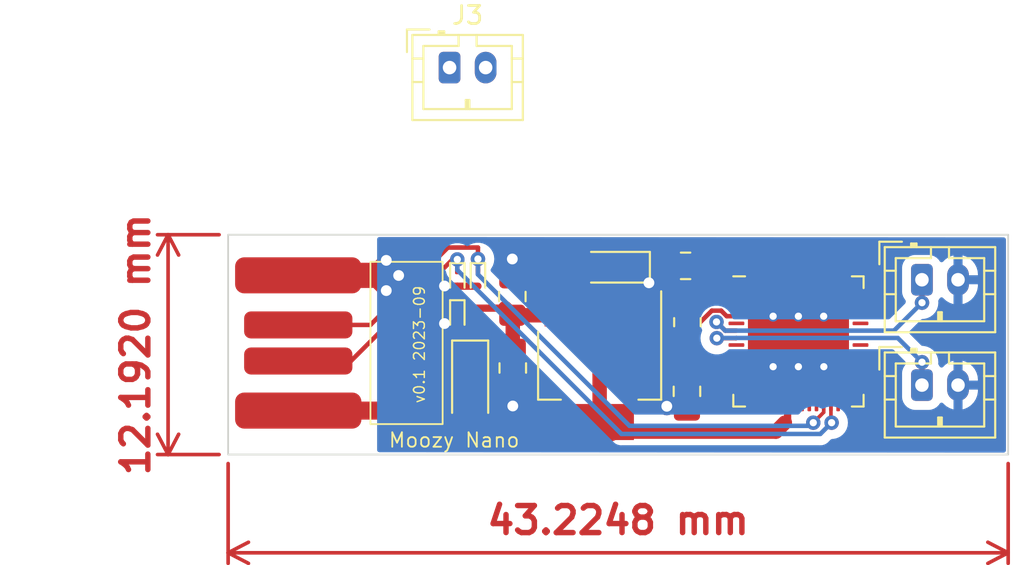
<source format=kicad_pcb>
(kicad_pcb (version 20221018) (generator pcbnew)
  (layers (0 "F.Cu" signal) (31 "B.Cu" signal) (34 "B.Paste" user) (35 "F.Paste" user) (36 "B.SilkS" user "B.Silkscreen") (37 "F.SilkS" user "F.Silkscreen") (38 "B.Mask" user) (39 "F.Mask" user) (44 "Edge.Cuts" user))
  (net 0 "")
  (net 1 "GND")
  (net 2 "Net-(J1-Pin_1)")
  (net 3 "Net-(D2-A1)")
  (net 5 "+3.3V")
  (net 7 "Net-(U2-CHIP_PU{slash}RESET)")
  (net 8 "Net-(J2-Pin_1)")
  (net 24 "Net-(J3-Pin_1)")
  (net 25 "/Vusb")
  (net 45 "VBUS")
  (net 54 "Net-(D3-A1)")
  (footprint "Capacitor_SMD:C_0805_2012Metric_Pad1.18x1.45mm_HandSolder" (layer "F.Cu") (at 132.9944 86.1568 90)
    (fp_text reference "C4" hide)
    (fp_text value "1uF")
    (fp_line (start -0.261252 -0.735) (end 0.261252 -0.735) (stroke (width 0.12)) (layer "F.SilkS"))
    (fp_line (start -0.261252 0.735) (end 0.261252 0.735) (stroke (width 0.12)) (layer "F.SilkS"))
    (pad "1" smd roundrect (at -1.0375 0 90) (size 1.175 1.45) (layers "F.Cu" "F.Paste" "F.Mask") (roundrect_rratio 0.2127659574) (net 1 "GND"))
    (pad "2" smd roundrect (at 1.0375 0 90) (size 1.175 1.45) (layers "F.Cu" "F.Paste" "F.Mask") (roundrect_rratio 0.2127659574) (net 7 "Net-(U2-CHIP_PU{slash}RESET)"))
  )
  (footprint "Capacitor_SMD:C_0805_2012Metric_Pad1.18x1.45mm_HandSolder" (layer "F.Cu") (at 123.3424 84.8614 -90)
    (fp_text reference "C1" hide)
    (fp_text value "10uF" hide)
    (fp_line (start -0.261252 -0.735) (end 0.261252 -0.735) (stroke (width 0.12)) (layer "F.SilkS"))
    (fp_line (start -0.261252 0.735) (end 0.261252 0.735) (stroke (width 0.12)) (layer "F.SilkS"))
    (pad "1" smd roundrect (at -1.0375 0 270) (size 1.175 1.45) (layers "F.Cu" "F.Paste" "F.Mask") (roundrect_rratio 0.2127659574) (net 45 "VBUS"))
    (pad "2" smd roundrect (at 1.0375 0 270) (size 1.175 1.45) (layers "F.Cu" "F.Paste" "F.Mask") (roundrect_rratio 0.2127659574) (net 1 "GND"))
  )
  (footprint "Capacitor_SMD:C_0805_2012Metric_Pad1.18x1.45mm_HandSolder" (layer "F.Cu") (at 132.9182 79.1972)
    (fp_text reference "C3" hide)
    (fp_text value "10uF" hide)
    (fp_line (start -0.261252 -0.735) (end 0.261252 -0.735) (stroke (width 0.12)) (layer "F.SilkS"))
    (fp_line (start -0.261252 0.735) (end 0.261252 0.735) (stroke (width 0.12)) (layer "F.SilkS"))
    (pad "1" smd roundrect (at -1.0375 0) (size 1.175 1.45) (layers "F.Cu" "F.Paste" "F.Mask") (roundrect_rratio 0.2127659574) (net 1 "GND"))
    (pad "2" smd roundrect (at 1.0375 0) (size 1.175 1.45) (layers "F.Cu" "F.Paste" "F.Mask") (roundrect_rratio 0.2127659574) (net 5 "+3.3V"))
  )
  (footprint "Package_DFN_QFN:QFN-56-1EP_7x7mm_P0.4mm_EP5.6x5.6mm" (layer "F.Cu") (at 139.1726 83.3882)
    (fp_text reference "U2" hide)
    (fp_text value "ESP32-S3_PICO1" hide)
    (fp_line (start -3.61 3.61) (end -3.61 2.96) (stroke (width 0.12)) (layer "F.SilkS"))
    (fp_line (start -2.96 -3.61) (end -3.61 -3.61) (stroke (width 0.12)) (layer "F.SilkS"))
    (fp_line (start -2.96 3.61) (end -3.61 3.61) (stroke (width 0.12)) (layer "F.SilkS"))
    (fp_line (start 2.96 -3.61) (end 3.61 -3.61) (stroke (width 0.12)) (layer "F.SilkS"))
    (fp_line (start 2.96 3.61) (end 3.61 3.61) (stroke (width 0.12)) (layer "F.SilkS"))
    (fp_line (start 3.61 -3.61) (end 3.61 -2.96) (stroke (width 0.12)) (layer "F.SilkS"))
    (fp_line (start 3.61 3.61) (end 3.61 2.96) (stroke (width 0.12)) (layer "F.SilkS"))
    (pad "1" smd roundrect (at -3.4375 -2.6) (size 0.875 0.2) (layers "F.Cu" "F.Paste" "F.Mask"))
    (pad "2" smd roundrect (at -3.4375 -2.2) (size 0.875 0.2) (layers "F.Cu" "F.Paste" "F.Mask") (net 5 "+3.3V"))
    (pad "3" smd roundrect (at -3.4375 -1.8) (size 0.875 0.2) (layers "F.Cu" "F.Paste" "F.Mask") (net 5 "+3.3V"))
    (pad "4" smd roundrect (at -3.4375 -1.4) (size 0.875 0.2) (layers "F.Cu" "F.Paste" "F.Mask") (net 7 "Net-(U2-CHIP_PU{slash}RESET)"))
    (pad "5" smd roundrect (at -3.4375 -1) (size 0.875 0.2) (layers "F.Cu" "F.Paste" "F.Mask"))
    (pad "6" smd roundrect (at -3.4375 -0.6) (size 0.875 0.2) (layers "F.Cu" "F.Paste" "F.Mask") (net 2 "Net-(J1-Pin_1)"))
    (pad "7" smd roundrect (at -3.4375 -0.2) (size 0.875 0.2) (layers "F.Cu" "F.Paste" "F.Mask") (net 8 "Net-(J2-Pin_1)"))
    (pad "8" smd roundrect (at -3.4375 0.2) (size 0.875 0.2) (layers "F.Cu" "F.Paste" "F.Mask") (net 24 "Net-(J3-Pin_1)"))
    (pad "9" smd roundrect (at -3.4375 0.6) (size 0.875 0.2) (layers "F.Cu" "F.Paste" "F.Mask"))
    (pad "10" smd roundrect (at -3.4375 1) (size 0.875 0.2) (layers "F.Cu" "F.Paste" "F.Mask"))
    (pad "11" smd roundrect (at -3.4375 1.4) (size 0.875 0.2) (layers "F.Cu" "F.Paste" "F.Mask"))
    (pad "12" smd roundrect (at -3.4375 1.8) (size 0.875 0.2) (layers "F.Cu" "F.Paste" "F.Mask"))
    (pad "13" smd roundrect (at -3.4375 2.2) (size 0.875 0.2) (layers "F.Cu" "F.Paste" "F.Mask"))
    (pad "14" smd roundrect (at -3.4375 2.6) (size 0.875 0.2) (layers "F.Cu" "F.Paste" "F.Mask"))
    (pad "15" smd roundrect (at -2.6 3.4375) (size 0.2 0.875) (layers "F.Cu" "F.Paste" "F.Mask"))
    (pad "16" smd roundrect (at -2.2 3.4375) (size 0.2 0.875) (layers "F.Cu" "F.Paste" "F.Mask"))
    (pad "17" smd roundrect (at -1.8 3.4375) (size 0.2 0.875) (layers "F.Cu" "F.Paste" "F.Mask"))
    (pad "18" smd roundrect (at -1.4 3.4375) (size 0.2 0.875) (layers "F.Cu" "F.Paste" "F.Mask"))
    (pad "19" smd roundrect (at -1 3.4375) (size 0.2 0.875) (layers "F.Cu" "F.Paste" "F.Mask"))
    (pad "20" smd roundrect (at -0.6 3.4375) (size 0.2 0.875) (layers "F.Cu" "F.Paste" "F.Mask") (net 5 "+3.3V"))
    (pad "21" smd roundrect (at -0.2 3.4375) (size 0.2 0.875) (layers "F.Cu" "F.Paste" "F.Mask"))
    (pad "22" smd roundrect (at 0.2 3.4375) (size 0.2 0.875) (layers "F.Cu" "F.Paste" "F.Mask"))
    (pad "23" smd roundrect (at 0.6 3.4375) (size 0.2 0.875) (layers "F.Cu" "F.Paste" "F.Mask"))
    (pad "24" smd roundrect (at 1 3.4375) (size 0.2 0.875) (layers "F.Cu" "F.Paste" "F.Mask"))
    (pad "25" smd roundrect (at 1.4 3.4375) (size 0.2 0.875) (layers "F.Cu" "F.Paste" "F.Mask") (net 3 "Net-(D2-A1)"))
    (pad "26" smd roundrect (at 1.8 3.4375) (size 0.2 0.875) (layers "F.Cu" "F.Paste" "F.Mask") (net 54 "Net-(D3-A1)"))
    (pad "27" smd roundrect (at 2.2 3.4375) (size 0.2 0.875) (layers "F.Cu" "F.Paste" "F.Mask"))
    (pad "28" smd roundrect (at 2.6 3.4375) (size 0.2 0.875) (layers "F.Cu" "F.Paste" "F.Mask"))
    (pad "29" smd roundrect (at 3.4375 2.6) (size 0.875 0.2) (layers "F.Cu" "F.Paste" "F.Mask"))
    (pad "30" smd roundrect (at 3.4375 2.2) (size 0.875 0.2) (layers "F.Cu" "F.Paste" "F.Mask"))
    (pad "31" smd roundrect (at 3.4375 1.8) (size 0.875 0.2) (layers "F.Cu" "F.Paste" "F.Mask"))
    (pad "32" smd roundrect (at 3.4375 1.4) (size 0.875 0.2) (layers "F.Cu" "F.Paste" "F.Mask"))
    (pad "33" smd roundrect (at 3.4375 1) (size 0.875 0.2) (layers "F.Cu" "F.Paste" "F.Mask"))
    (pad "34" smd roundrect (at 3.4375 0.6) (size 0.875 0.2) (layers "F.Cu" "F.Paste" "F.Mask"))
    (pad "35" smd roundrect (at 3.4375 0.2) (size 0.875 0.2) (layers "F.Cu" "F.Paste" "F.Mask"))
    (pad "36" smd roundrect (at 3.4375 -0.2) (size 0.875 0.2) (layers "F.Cu" "F.Paste" "F.Mask"))
    (pad "37" smd roundrect (at 3.4375 -0.6) (size 0.875 0.2) (layers "F.Cu" "F.Paste" "F.Mask"))
    (pad "38" smd roundrect (at 3.4375 -1) (size 0.875 0.2) (layers "F.Cu" "F.Paste" "F.Mask"))
    (pad "39" smd roundrect (at 3.4375 -1.4) (size 0.875 0.2) (layers "F.Cu" "F.Paste" "F.Mask"))
    (pad "40" smd roundrect (at 3.4375 -1.8) (size 0.875 0.2) (layers "F.Cu" "F.Paste" "F.Mask"))
    (pad "41" smd roundrect (at 3.4375 -2.2) (size 0.875 0.2) (layers "F.Cu" "F.Paste" "F.Mask"))
    (pad "42" smd roundrect (at 3.4375 -2.6) (size 0.875 0.2) (layers "F.Cu" "F.Paste" "F.Mask"))
    (pad "43" smd roundrect (at 2.6 -3.4375) (size 0.2 0.875) (layers "F.Cu" "F.Paste" "F.Mask"))
    (pad "44" smd roundrect (at 2.2 -3.4375) (size 0.2 0.875) (layers "F.Cu" "F.Paste" "F.Mask"))
    (pad "45" smd roundrect (at 1.8 -3.4375) (size 0.2 0.875) (layers "F.Cu" "F.Paste" "F.Mask"))
    (pad "46" smd roundrect (at 1.4 -3.4375) (size 0.2 0.875) (layers "F.Cu" "F.Paste" "F.Mask") (net 5 "+3.3V"))
    (pad "47" smd roundrect (at 1 -3.4375) (size 0.2 0.875) (layers "F.Cu" "F.Paste" "F.Mask"))
    (pad "48" smd roundrect (at 0.6 -3.4375) (size 0.2 0.875) (layers "F.Cu" "F.Paste" "F.Mask"))
    (pad "49" smd roundrect (at 0.2 -3.4375) (size 0.2 0.875) (layers "F.Cu" "F.Paste" "F.Mask"))
    (pad "50" smd roundrect (at -0.2 -3.4375) (size 0.2 0.875) (layers "F.Cu" "F.Paste" "F.Mask"))
    (pad "51" smd roundrect (at -0.6 -3.4375) (size 0.2 0.875) (layers "F.Cu" "F.Paste" "F.Mask"))
    (pad "52" smd roundrect (at -1 -3.4375) (size 0.2 0.875) (layers "F.Cu" "F.Paste" "F.Mask"))
    (pad "53" smd roundrect (at -1.4 -3.4375) (size 0.2 0.875) (layers "F.Cu" "F.Paste" "F.Mask"))
    (pad "54" smd roundrect (at -1.8 -3.4375) (size 0.2 0.875) (layers "F.Cu" "F.Paste" "F.Mask"))
    (pad "55" smd roundrect (at -2.2 -3.4375) (size 0.2 0.875) (layers "F.Cu" "F.Paste" "F.Mask") (net 5 "+3.3V"))
    (pad "56" smd roundrect (at -2.6 -3.4375) (size 0.2 0.875) (layers "F.Cu" "F.Paste" "F.Mask") (net 5 "+3.3V"))
    (pad "57" smd rect (at 0 0) (size 5.6 5.6) (layers "F.Cu" "F.Mask") (net 1 "GND"))
  )
  (footprint "Resistor_SMD:R_0805_2012Metric_Pad1.20x1.40mm_HandSolder" (layer "F.Cu") (at 133.0198 82.3214 -90)
    (fp_text reference "R1" hide)
    (fp_text value "10k")
    (fp_line (start -0.227064 -0.735) (end 0.227064 -0.735) (stroke (width 0.12)) (layer "F.SilkS"))
    (fp_line (start -0.227064 0.735) (end 0.227064 0.735) (stroke (width 0.12)) (layer "F.SilkS"))
    (pad "1" smd roundrect (at -1 0 270) (size 1.2 1.4) (layers "F.Cu" "F.Paste" "F.Mask") (roundrect_rratio 0.2083333333) (net 5 "+3.3V"))
    (pad "2" smd roundrect (at 1 0 270) (size 1.2 1.4) (layers "F.Cu" "F.Paste" "F.Mask") (roundrect_rratio 0.2083333333) (net 7 "Net-(U2-CHIP_PU{slash}RESET)"))
  )
  (footprint "Connector_JST:JST_PH_B2B-PH-K_1x02_P2.00mm_Vertical" (layer "F.Cu") (at 146.0152 85.81)
    (fp_text reference "J2" hide)
    (fp_text value "Conn_01x02")
    (fp_line (start -2.36 -2.11) (end -2.36 -0.86) (stroke (width 0.12)) (layer "F.SilkS"))
    (fp_line (start -2.06 -1.81) (end -2.06 2.91) (stroke (width 0.12)) (layer "F.SilkS"))
    (fp_line (start -2.06 -0.5) (end -1.45 -0.5) (stroke (width 0.12)) (layer "F.SilkS"))
    (fp_line (start -2.06 0.8) (end -1.45 0.8) (stroke (width 0.12)) (layer "F.SilkS"))
    (fp_line (start -2.06 2.91) (end 4.06 2.91) (stroke (width 0.12)) (layer "F.SilkS"))
    (fp_line (start -1.45 -1.2) (end -1.45 2.3) (stroke (width 0.12)) (layer "F.SilkS"))
    (fp_line (start -1.45 2.3) (end 3.45 2.3) (stroke (width 0.12)) (layer "F.SilkS"))
    (fp_line (start -1.11 -2.11) (end -2.36 -2.11) (stroke (width 0.12)) (layer "F.SilkS"))
    (fp_line (start -0.6 -2.01) (end -0.6 -1.81) (stroke (width 0.12)) (layer "F.SilkS"))
    (fp_line (start -0.3 -2.01) (end -0.6 -2.01) (stroke (width 0.12)) (layer "F.SilkS"))
    (fp_line (start -0.3 -1.91) (end -0.6 -1.91) (stroke (width 0.12)) (layer "F.SilkS"))
    (fp_line (start -0.3 -1.81) (end -0.3 -2.01) (stroke (width 0.12)) (layer "F.SilkS"))
    (fp_line (start 0.5 -1.81) (end 0.5 -1.2) (stroke (width 0.12)) (layer "F.SilkS"))
    (fp_line (start 0.5 -1.2) (end -1.45 -1.2) (stroke (width 0.12)) (layer "F.SilkS"))
    (fp_line (start 0.9 1.8) (end 1.1 1.8) (stroke (width 0.12)) (layer "F.SilkS"))
    (fp_line (start 0.9 2.3) (end 0.9 1.8) (stroke (width 0.12)) (layer "F.SilkS"))
    (fp_line (start 1 2.3) (end 1 1.8) (stroke (width 0.12)) (layer "F.SilkS"))
    (fp_line (start 1.1 1.8) (end 1.1 2.3) (stroke (width 0.12)) (layer "F.SilkS"))
    (fp_line (start 1.5 -1.2) (end 1.5 -1.81) (stroke (width 0.12)) (layer "F.SilkS"))
    (fp_line (start 3.45 -1.2) (end 1.5 -1.2) (stroke (width 0.12)) (layer "F.SilkS"))
    (fp_line (start 3.45 2.3) (end 3.45 -1.2) (stroke (width 0.12)) (layer "F.SilkS"))
    (fp_line (start 4.06 -1.81) (end -2.06 -1.81) (stroke (width 0.12)) (layer "F.SilkS"))
    (fp_line (start 4.06 -0.5) (end 3.45 -0.5) (stroke (width 0.12)) (layer "F.SilkS"))
    (fp_line (start 4.06 0.8) (end 3.45 0.8) (stroke (width 0.12)) (layer "F.SilkS"))
    (fp_line (start 4.06 2.91) (end 4.06 -1.81) (stroke (width 0.12)) (layer "F.SilkS"))
    (pad "1" thru_hole roundrect (at 0 0) (size 1.2 1.75) (drill 0.75) (layers "*.Cu" "*.Mask") (roundrect_rratio 0.2083333333) (net 8 "Net-(J2-Pin_1)"))
    (pad "2" thru_hole oval (at 2 0) (size 1.2 1.75) (drill 0.75) (layers "*.Cu" "*.Mask") (net 1 "GND"))
  )
  (footprint "Capacitor_SMD:C_0805_2012Metric_Pad1.18x1.45mm_HandSolder" (layer "F.Cu") (at 123.317 80.899 90)
    (fp_text reference "C2" hide)
    (fp_text value "0.1uF" hide)
    (fp_line (start -0.261252 -0.735) (end 0.261252 -0.735) (stroke (width 0.12)) (layer "F.SilkS"))
    (fp_line (start -0.261252 0.735) (end 0.261252 0.735) (stroke (width 0.12)) (layer "F.SilkS"))
    (pad "1" smd roundrect (at -1.0375 0 90) (size 1.175 1.45) (layers "F.Cu" "F.Paste" "F.Mask") (roundrect_rratio 0.2127659574) (net 45 "VBUS"))
    (pad "2" smd roundrect (at 1.0375 0 90) (size 1.175 1.45) (layers "F.Cu" "F.Paste" "F.Mask") (roundrect_rratio 0.2127659574) (net 1 "GND"))
  )
  (footprint "Diode_SMD:D_SOD-123" (layer "F.Cu") (at 120.9802 85.6996 -90)
    (fp_text reference "D5" hide)
    (fp_text value "1N5819HW-7-F" hide)
    (fp_line (start -2.36 -1) (end -2.36 1) (stroke (width 0.12)) (layer "F.SilkS"))
    (fp_line (start -2.36 -1) (end 1.65 -1) (stroke (width 0.12)) (layer "F.SilkS"))
    (fp_line (start -2.36 1) (end 1.65 1) (stroke (width 0.12)) (layer "F.SilkS"))
    (pad "1" smd roundrect (at -1.65 0 270) (size 0.9 1.2) (layers "F.Cu" "F.Paste" "F.Mask") (net 45 "VBUS"))
    (pad "2" smd roundrect (at 1.65 0 270) (size 0.9 1.2) (layers "F.Cu" "F.Paste" "F.Mask") (net 25 "/Vusb"))
  )
  (footprint "Diode_SMD:D_SOD-923" (layer "F.Cu") (at 121.412 79.9047 -90)
    (fp_text reference "D2" hide)
    (fp_text value "LESD5D5.0CT1G" hide)
    (fp_line (start -0.86 -0.4) (end -0.86 0.4) (stroke (width 0.12)) (layer "F.SilkS"))
    (fp_line (start 0.5 -0.4) (end -0.86 -0.4) (stroke (width 0.12)) (layer "F.SilkS"))
    (fp_line (start 0.5 0.4) (end -0.86 0.4) (stroke (width 0.12)) (layer "F.SilkS"))
    (pad "1" smd roundrect (at -0.42 0 90) (size 0.36 0.25) (layers "F.Cu" "F.Paste" "F.Mask") (net 3 "Net-(D2-A1)"))
    (pad "2" smd roundrect (at 0.42 0 90) (size 0.36 0.25) (layers "F.Cu" "F.Paste" "F.Mask") (net 1 "GND"))
  )
  (footprint "1_Laurent_Librairie:PCB_USB_Connector" (layer "F.Cu") (at 111.4552 83.4736)
    (fp_text reference "U3" hide)
    (fp_text value "~")
    (fp_rect (start 4 -4.5) (end 8 4.5) (stroke (width 0.1)) (fill none) (layer "F.SilkS"))
    (pad "1" smd roundrect (at 0 -3.75) (size 7 2) (layers "F.Cu" "F.Paste" "F.Mask") (net 1 "GND"))
    (pad "2" smd roundrect (at 0 -1) (size 6 1.5) (layers "F.Cu" "F.Paste" "F.Mask") (net 3 "Net-(D2-A1)"))
    (pad "3" smd roundrect (at 0 1) (size 6 1.5) (layers "F.Cu" "F.Paste" "F.Mask") (net 54 "Net-(D3-A1)"))
    (pad "4" smd roundrect (at 0 3.75) (size 7 2) (layers "F.Cu" "F.Paste" "F.Mask") (net 25 "/Vusb"))
  )
  (footprint "Diode_SMD:D_SOD-323_HandSoldering" (layer "F.Cu") (at 128.9304 79.2734 180)
    (fp_text reference "D1" hide)
    (fp_text value "TVS Diode, Bi-Direction, 3.3V" hide)
    (fp_line (start -2.01 -0.85) (end -2.01 0.85) (stroke (width 0.12)) (layer "F.SilkS"))
    (fp_line (start -2.01 -0.85) (end 1.25 -0.85) (stroke (width 0.12)) (layer "F.SilkS"))
    (fp_line (start -2.01 0.85) (end 1.25 0.85) (stroke (width 0.12)) (layer "F.SilkS"))
    (pad "1" smd roundrect (at -1.25 0 180) (size 1 1) (layers "F.Cu" "F.Paste" "F.Mask") (net 1 "GND"))
    (pad "2" smd roundrect (at 1.25 0 180) (size 1 1) (layers "F.Cu" "F.Paste" "F.Mask") (net 5 "+3.3V"))
  )
  (footprint "Package_TO_SOT_SMD:SOT-223-3_TabPin2" (layer "F.Cu") (at 128.1555 84.7086 -90)
    (fp_text reference "U1" hide)
    (fp_text value "LD1117S33TR_SOT223" hide)
    (fp_line (start -4.1 -3.41) (end 1.91 -3.41) (stroke (width 0.12)) (layer "F.SilkS"))
    (fp_line (start -1.85 3.41) (end 1.91 3.41) (stroke (width 0.12)) (layer "F.SilkS"))
    (fp_line (start 1.91 -3.41) (end 1.91 -2.15) (stroke (width 0.12)) (layer "F.SilkS"))
    (fp_line (start 1.91 3.41) (end 1.91 2.15) (stroke (width 0.12)) (layer "F.SilkS"))
    (pad "1" smd rect (at -3.15 -2.3 270) (size 2 1.5) (layers "F.Cu" "F.Paste" "F.Mask") (net 1 "GND"))
    (pad "2" smd rect (at -3.15 0 270) (size 2 1.5) (layers "F.Cu" "F.Paste" "F.Mask") (net 5 "+3.3V"))
    (pad "2" smd rect (at 3.15 0 270) (size 2 3.8) (layers "F.Cu" "F.Paste" "F.Mask") (net 5 "+3.3V"))
    (pad "3" smd rect (at -3.15 2.3 270) (size 2 1.5) (layers "F.Cu" "F.Paste" "F.Mask") (net 45 "VBUS"))
  )
  (footprint "Connector_JST:JST_PH_B2B-PH-K_1x02_P2.00mm_Vertical" (layer "F.Cu") (at 146.0152 79.968)
    (fp_text reference "J1" hide)
    (fp_text value "Conn_01x02")
    (fp_line (start -2.36 -2.11) (end -2.36 -0.86) (stroke (width 0.12)) (layer "F.SilkS"))
    (fp_line (start -2.06 -1.81) (end -2.06 2.91) (stroke (width 0.12)) (layer "F.SilkS"))
    (fp_line (start -2.06 -0.5) (end -1.45 -0.5) (stroke (width 0.12)) (layer "F.SilkS"))
    (fp_line (start -2.06 0.8) (end -1.45 0.8) (stroke (width 0.12)) (layer "F.SilkS"))
    (fp_line (start -2.06 2.91) (end 4.06 2.91) (stroke (width 0.12)) (layer "F.SilkS"))
    (fp_line (start -1.45 -1.2) (end -1.45 2.3) (stroke (width 0.12)) (layer "F.SilkS"))
    (fp_line (start -1.45 2.3) (end 3.45 2.3) (stroke (width 0.12)) (layer "F.SilkS"))
    (fp_line (start -1.11 -2.11) (end -2.36 -2.11) (stroke (width 0.12)) (layer "F.SilkS"))
    (fp_line (start -0.6 -2.01) (end -0.6 -1.81) (stroke (width 0.12)) (layer "F.SilkS"))
    (fp_line (start -0.3 -2.01) (end -0.6 -2.01) (stroke (width 0.12)) (layer "F.SilkS"))
    (fp_line (start -0.3 -1.91) (end -0.6 -1.91) (stroke (width 0.12)) (layer "F.SilkS"))
    (fp_line (start -0.3 -1.81) (end -0.3 -2.01) (stroke (width 0.12)) (layer "F.SilkS"))
    (fp_line (start 0.5 -1.81) (end 0.5 -1.2) (stroke (width 0.12)) (layer "F.SilkS"))
    (fp_line (start 0.5 -1.2) (end -1.45 -1.2) (stroke (width 0.12)) (layer "F.SilkS"))
    (fp_line (start 0.9 1.8) (end 1.1 1.8) (stroke (width 0.12)) (layer "F.SilkS"))
    (fp_line (start 0.9 2.3) (end 0.9 1.8) (stroke (width 0.12)) (layer "F.SilkS"))
    (fp_line (start 1 2.3) (end 1 1.8) (stroke (width 0.12)) (layer "F.SilkS"))
    (fp_line (start 1.1 1.8) (end 1.1 2.3) (stroke (width 0.12)) (layer "F.SilkS"))
    (fp_line (start 1.5 -1.2) (end 1.5 -1.81) (stroke (width 0.12)) (layer "F.SilkS"))
    (fp_line (start 3.45 -1.2) (end 1.5 -1.2) (stroke (width 0.12)) (layer "F.SilkS"))
    (fp_line (start 3.45 2.3) (end 3.45 -1.2) (stroke (width 0.12)) (layer "F.SilkS"))
    (fp_line (start 4.06 -1.81) (end -2.06 -1.81) (stroke (width 0.12)) (layer "F.SilkS"))
    (fp_line (start 4.06 -0.5) (end 3.45 -0.5) (stroke (width 0.12)) (layer "F.SilkS"))
    (fp_line (start 4.06 0.8) (end 3.45 0.8) (stroke (width 0.12)) (layer "F.SilkS"))
    (fp_line (start 4.06 2.91) (end 4.06 -1.81) (stroke (width 0.12)) (layer "F.SilkS"))
    (pad "1" thru_hole roundrect (at 0 0) (size 1.2 1.75) (drill 0.75) (layers "*.Cu" "*.Mask") (roundrect_rratio 0.2083333333) (net 2 "Net-(J1-Pin_1)"))
    (pad "2" thru_hole oval (at 2 0) (size 1.2 1.75) (drill 0.75) (layers "*.Cu" "*.Mask") (net 1 "GND"))
  )
  (footprint "Diode_SMD:D_SOD-923" (layer "F.Cu") (at 120.269 79.9047 -90)
    (fp_text reference "D3" hide)
    (fp_text value "LESD5D5.0CT1G" hide)
    (fp_line (start -0.86 -0.4) (end -0.86 0.4) (stroke (width 0.12)) (layer "F.SilkS"))
    (fp_line (start 0.5 -0.4) (end -0.86 -0.4) (stroke (width 0.12)) (layer "F.SilkS"))
    (fp_line (start 0.5 0.4) (end -0.86 0.4) (stroke (width 0.12)) (layer "F.SilkS"))
    (pad "1" smd roundrect (at -0.42 0 90) (size 0.36 0.25) (layers "F.Cu" "F.Paste" "F.Mask") (net 54 "Net-(D3-A1)"))
    (pad "2" smd roundrect (at 0.42 0 90) (size 0.36 0.25) (layers "F.Cu" "F.Paste" "F.Mask") (net 1 "GND"))
  )
  (footprint "Connector_JST:JST_PH_B2B-PH-K_1x02_P2.00mm_Vertical" (layer "F.Cu") (at 119.839 68.2)
    (fp_text reference "J3" (at 1 -2.9) (layer "F.SilkS"))
    (fp_text value "Conn_01x02")
    (fp_line (start -2.36 -2.11) (end -2.36 -0.86) (stroke (width 0.12)) (layer "F.SilkS"))
    (fp_line (start -2.06 -1.81) (end -2.06 2.91) (stroke (width 0.12)) (layer "F.SilkS"))
    (fp_line (start -2.06 -0.5) (end -1.45 -0.5) (stroke (width 0.12)) (layer "F.SilkS"))
    (fp_line (start -2.06 0.8) (end -1.45 0.8) (stroke (width 0.12)) (layer "F.SilkS"))
    (fp_line (start -2.06 2.91) (end 4.06 2.91) (stroke (width 0.12)) (layer "F.SilkS"))
    (fp_line (start -1.45 -1.2) (end -1.45 2.3) (stroke (width 0.12)) (layer "F.SilkS"))
    (fp_line (start -1.45 2.3) (end 3.45 2.3) (stroke (width 0.12)) (layer "F.SilkS"))
    (fp_line (start -1.11 -2.11) (end -2.36 -2.11) (stroke (width 0.12)) (layer "F.SilkS"))
    (fp_line (start -0.6 -2.01) (end -0.6 -1.81) (stroke (width 0.12)) (layer "F.SilkS"))
    (fp_line (start -0.3 -2.01) (end -0.6 -2.01) (stroke (width 0.12)) (layer "F.SilkS"))
    (fp_line (start -0.3 -1.91) (end -0.6 -1.91) (stroke (width 0.12)) (layer "F.SilkS"))
    (fp_line (start -0.3 -1.81) (end -0.3 -2.01) (stroke (width 0.12)) (layer "F.SilkS"))
    (fp_line (start 0.5 -1.81) (end 0.5 -1.2) (stroke (width 0.12)) (layer "F.SilkS"))
    (fp_line (start 0.5 -1.2) (end -1.45 -1.2) (stroke (width 0.12)) (layer "F.SilkS"))
    (fp_line (start 0.9 1.8) (end 1.1 1.8) (stroke (width 0.12)) (layer "F.SilkS"))
    (fp_line (start 0.9 2.3) (end 0.9 1.8) (stroke (width 0.12)) (layer "F.SilkS"))
    (fp_line (start 1 2.3) (end 1 1.8) (stroke (width 0.12)) (layer "F.SilkS"))
    (fp_line (start 1.1 1.8) (end 1.1 2.3) (stroke (width 0.12)) (layer "F.SilkS"))
    (fp_line (start 1.5 -1.2) (end 1.5 -1.81) (stroke (width 0.12)) (layer "F.SilkS"))
    (fp_line (start 3.45 -1.2) (end 1.5 -1.2) (stroke (width 0.12)) (layer "F.SilkS"))
    (fp_line (start 3.45 2.3) (end 3.45 -1.2) (stroke (width 0.12)) (layer "F.SilkS"))
    (fp_line (start 4.06 -1.81) (end -2.06 -1.81) (stroke (width 0.12)) (layer "F.SilkS"))
    (fp_line (start 4.06 -0.5) (end 3.45 -0.5) (stroke (width 0.12)) (layer "F.SilkS"))
    (fp_line (start 4.06 0.8) (end 3.45 0.8) (stroke (width 0.12)) (layer "F.SilkS"))
    (fp_line (start 4.06 2.91) (end 4.06 -1.81) (stroke (width 0.12)) (layer "F.SilkS"))
    (pad "1" thru_hole roundrect (at 0 0) (size 1.2 1.75) (drill 0.75) (layers "*.Cu" "*.Mask") (roundrect_rratio 0.208333) (net 24 "Net-(J3-Pin_1)"))
    (pad "2" thru_hole oval (at 2 0) (size 1.2 1.75) (drill 0.75) (layers "*.Cu" "*.Mask") (net 1 "GND"))
  )
  (footprint "Diode_SMD:D_SOD-923" (layer "F.Cu") (at 120.269 81.9621 -90)
    (fp_text reference "D4" hide)
    (fp_text value "LESD5D5.0CT1G" hide)
    (fp_line (start -0.86 -0.4) (end -0.86 0.4) (stroke (width 0.12)) (layer "F.SilkS"))
    (fp_line (start 0.5 -0.4) (end -0.86 -0.4) (stroke (width 0.12)) (layer "F.SilkS"))
    (fp_line (start 0.5 0.4) (end -0.86 0.4) (stroke (width 0.12)) (layer "F.SilkS"))
    (pad "1" smd roundrect (at -0.42 0 90) (size 0.36 0.25) (layers "F.Cu" "F.Paste" "F.Mask") (net 45 "VBUS"))
    (pad "2" smd roundrect (at 0.42 0 90) (size 0.36 0.25) (layers "F.Cu" "F.Paste" "F.Mask") (net 1 "GND"))
  )
  (gr_rect (start 107.569 77.47) (end 150.7938 89.662) (stroke (width 0.1)) (fill none) (layer "Edge.Cuts"))
  (gr_text "v0.1 2023-09" (at 118.5164 86.868 90) (layer "F.SilkS") (effects (font (size 0.6 0.6) (thickness 0.08)) (justify left bottom)))
  (gr_text "Moozy Nano" (at 116.4082 89.3318) (layer "F.SilkS") (effects (font (size 0.8 0.8) (thickness 0.1)) (justify left bottom)))
  (dimension (type aligned) (layer "F.Cu") (pts (xy 107.569 89.662) (xy 107.569 77.47)) (height -3.3274) (gr_text "12,1920 mm" (at 102.4416 83.566 90) (layer "F.Cu") (effects (font (size 1.5 1.5) (thickness 0.3)))) (format (prefix "") (suffix "") (units 3) (units_format 1) (precision 4)) (style (thickness 0.2) (arrow_length 1.27) (text_position_mode 0) (extension_height 0.58642) (extension_offset 0.5) keep_text_aligned))
  (dimension (type aligned) (layer "F.Cu") (pts (xy 107.569 89.662) (xy 150.7938 89.662)) (height 5.4494) (gr_text "43,2248 mm" (at 129.1814 93.3114) (layer "F.Cu") (effects (font (size 1.5 1.5) (thickness 0.3)))) (format (prefix "") (suffix "") (units 3) (units_format 1) (precision 4)) (style (thickness 0.2) (arrow_length 1.27) (text_position_mode 0) (extension_height 0.58642) (extension_offset 0.5) keep_text_aligned))
  (segment (start 111.4552 79.7236) (end 115.4868 79.7236) (width 1.4) (layer "F.Cu") (net 1))
  (segment (start 117.0108 79.7236) (end 117.0178 79.7306) (width 0.4) (layer "F.Cu") (net 1))
  (segment (start 130.1804 79.4312) (end 130.1804 80.2926) (width 0.8) (layer "F.Cu") (net 1))
  (segment (start 130.4555 80.5677) (end 130.4555 81.5586) (width 0.4) (layer "F.Cu") (net 1))
  (segment (start 130.8862 79.4512) (end 131.1402 79.1972) (width 0.8) (layer "F.Cu") (net 1))
  (segment (start 123.3424 85.8989) (end 123.3424 86.9696) (width 0.4) (layer "F.Cu") (net 1))
  (segment (start 121.412 80.3247) (end 120.269 80.3247) (width 0.4) (layer "F.Cu") (net 1))
  (segment (start 130.1804 79.4312) (end 130.1804 79.2734) (width 0.4) (layer "F.Cu") (net 1))
  (segment (start 130.8862 80.137) (end 130.1804 79.4312) (width 0.8) (layer "F.Cu") (net 1))
  (segment (start 120.269 82.3821) (end 119.5733 82.3821) (width 0.4) (layer "F.Cu") (net 1))
  (segment (start 139.1726 83.3882) (end 139.1726 83.6362) (width 0.4) (layer "F.Cu") (net 1))
  (segment (start 111.4552 79.7236) (end 117.0108 79.7236) (width 0.8) (layer "F.Cu") (net 1))
  (segment (start 130.1804 80.2926) (end 130.4555 80.5677) (width 0.8) (layer "F.Cu") (net 1))
  (segment (start 119.5677 80.3247) (end 119.5578 80.3148) (width 0.4) (layer "F.Cu") (net 1))
  (segment (start 131.1402 79.1972) (end 131.8807 79.1972) (width 0.8) (layer "F.Cu") (net 1))
  (segment (start 132.8614 86.9842) (end 132.8614 86.9412) (width 0.4) (layer "F.Cu") (net 1))
  (segment (start 115.4868 79.7236) (end 116.332 80.5688) (width 0.8) (layer "F.Cu") (net 1))
  (segment (start 123.317 79.8615) (end 123.317 78.8162) (width 0.4) (layer "F.Cu") (net 1))
  (segment (start 132.8614 86.9842) (end 131.6852 86.9842) (width 0.4) (layer "F.Cu") (net 1))
  (segment (start 119.5733 82.3821) (end 119.5578 82.3976) (width 0.4) (layer "F.Cu") (net 1))
  (segment (start 120.269 80.3247) (end 119.5677 80.3247) (width 0.4) (layer "F.Cu") (net 1))
  (segment (start 115.5008 79.7236) (end 116.332 78.8924) (width 0.8) (layer "F.Cu") (net 1))
  (segment (start 139.2936 83.3882) (end 139.1726 83.3882) (width 0.4) (layer "F.Cu") (net 1))
  (segment (start 111.4552 79.7236) (end 115.5008 79.7236) (width 0.4) (layer "F.Cu") (net 1))
  (via (at 123.317 78.8162) (size 1) (drill 0.6) (layers "F.Cu" "B.Cu") (net 1))
  (via (at 140.569 81.99) (size 0.6) (drill 0.4) (layers "F.Cu" "B.Cu") (net 1))
  (via (at 116.332 80.5688) (size 1) (drill 0.6) (layers "F.Cu" "B.Cu") (net 1))
  (via (at 139.169 84.79) (size 0.6) (drill 0.4) (layers "F.Cu" "B.Cu") (net 1))
  (via (at 119.5578 82.3976) (size 1) (drill 0.6) (layers "F.Cu" "B.Cu") (net 1))
  (via (at 137.769 84.79) (size 0.6) (drill 0.4) (layers "F.Cu" "B.Cu") (net 1))
  (via (at 117.0178 79.7306) (size 1) (drill 0.6) (layers "F.Cu" "B.Cu") (net 1))
  (via (at 119.5578 80.3148) (size 1) (drill 0.6) (layers "F.Cu" "B.Cu") (net 1))
  (via (at 123.3424 86.9696) (size 1) (drill 0.6) (layers "F.Cu" "B.Cu") (net 1))
  (via (at 137.769 81.99) (size 0.6) (drill 0.4) (layers "F.Cu" "B.Cu") (net 1))
  (via (at 140.579 84.79) (size 0.6) (drill 0.4) (layers "F.Cu" "B.Cu") (net 1))
  (via (at 131.8768 86.9842) (size 1) (drill 0.6) (layers "F.Cu" "B.Cu") (net 1))
  (via (at 139.169 81.99) (size 0.6) (drill 0.4) (layers "F.Cu" "B.Cu") (net 1))
  (via (at 130.8862 80.137) (size 1) (drill 0.6) (layers "F.Cu" "B.Cu") (net 1))
  (via (at 116.332 78.8924) (size 1) (drill 0.6) (layers "F.Cu" "B.Cu") (net 1))
  (segment (start 146.019 81.24) (end 146.0152 81.2362) (width 0.25) (layer "F.Cu") (net 2))
  (segment (start 135.112474 82.7882) (end 135.7351 82.7882) (width 0.25) (layer "F.Cu") (net 2))
  (segment (start 134.631474 82.3072) (end 135.112474 82.7882) (width 0.25) (layer "F.Cu") (net 2))
  (segment (start 146.0152 81.2362) (end 146.0152 79.968) (width 0.25) (layer "F.Cu") (net 2))
  (via (at 146.019 81.24) (size 0.8) (drill 0.4) (layers "F.Cu" "B.Cu") (net 2))
  (via (at 134.631474 82.3072) (size 0.8) (drill 0.4) (layers "F.Cu" "B.Cu") (net 2))
  (segment (start 146.019 81.24) (end 144.4692 82.7898) (width 0.25) (layer "B.Cu") (net 2))
  (segment (start 144.4692 82.7898) (end 135.114074 82.7898) (width 0.25) (layer "B.Cu") (net 2))
  (segment (start 135.114074 82.7898) (end 134.631474 82.3072) (width 0.25) (layer "B.Cu") (net 2))
  (segment (start 115.452505 82.4736) (end 119.744905 78.1812) (width 0.25) (layer "F.Cu") (net 3))
  (segment (start 121.412 78.1812) (end 121.412 78.8162) (width 0.25) (layer "F.Cu") (net 3))
  (segment (start 140.5726 87.3162) (end 139.9936 87.8952) (width 0.2) (layer "F.Cu") (net 3))
  (segment (start 121.412 79.4847) (end 121.412 78.8162) (width 0.25) (layer "F.Cu") (net 3))
  (segment (start 139.9936 87.8952) (end 140.1906 87.8952) (width 0.25) (layer "F.Cu") (net 3))
  (segment (start 119.744905 78.1812) (end 121.412 78.1812) (width 0.25) (layer "F.Cu") (net 3))
  (segment (start 111.4552 82.4736) (end 115.452505 82.4736) (width 0.25) (layer "F.Cu") (net 3))
  (segment (start 140.5726 86.8257) (end 140.5726 87.3162) (width 0.2) (layer "F.Cu") (net 3))
  (via (at 139.9936 87.8952) (size 0.8) (drill 0.4) (layers "F.Cu" "B.Cu") (net 3))
  (via (at 121.412 78.8162) (size 0.8) (drill 0.4) (layers "F.Cu" "B.Cu") (net 3))
  (segment (start 121.412 79.673) (end 121.412 78.8162) (width 0.25) (layer "B.Cu") (net 3))
  (segment (start 129.8101 88.0711) (end 121.412 79.673) (width 0.25) (layer "B.Cu") (net 3))
  (segment (start 139.8177 88.0711) (end 139.9936 87.8952) (width 0.25) (layer "B.Cu") (net 3))
  (segment (start 129.8101 88.0711) (end 139.8177 88.0711) (width 0.25) (layer "B.Cu") (net 3))
  (segment (start 128.1555 87.8586) (end 128.1555 85.2166) (width 0.8) (layer "F.Cu") (net 5))
  (segment (start 135.365132 81.4436) (end 135.8026 81.4436) (width 0.4) (layer "F.Cu") (net 5))
  (segment (start 138.5726 87.4366) (end 138.5726 87.7414) (width 0.4) (layer "F.Cu") (net 5))
  (segment (start 133.985 80.473) (end 134.68006 80.473) (width 0.8) (layer "F.Cu") (net 5))
  (segment (start 133.985 80.473) (end 133.985 79.2265) (width 0.8) (layer "F.Cu") (net 5))
  (segment (start 136.7726 79.0354) (end 136.7726 79.9507) (width 0.5) (layer "F.Cu") (net 5))
  (segment (start 131.8198 82.7594) (end 131.8198 82.5214) (width 0.8) (layer "F.Cu") (net 5))
  (segment (start 131.0136 83.5656) (end 131.8198 82.7594) (width 0.8) (layer "F.Cu") (net 5))
  (segment (start 134.68006 80.473) (end 136.37646 78.7766) (width 0.8) (layer "F.Cu") (net 5))
  (segment (start 133.985 79.2265) (end 133.9557 79.1972) (width 0.8) (layer "F.Cu") (net 5))
  (segment (start 128.1555 85.2166) (end 128.1555 83.5656) (width 0.8) (layer "F.Cu") (net 5))
  (segment (start 134.806331 80.8848) (end 135.365132 81.4436) (width 0.4) (layer "F.Cu") (net 5))
  (segment (start 128.1555 87.8586) (end 128.6889 88.392) (width 0.8) (layer "F.Cu") (net 5))
  (segment (start 128.1555 83.5656) (end 131.0136 83.5656) (width 0.8) (layer "F.Cu") (net 5))
  (segment (start 132.8614 81.1742) (end 132.8614 81.5027) (width 0.4) (layer "F.Cu") (net 5))
  (segment (start 128.1555 87.8586) (end 129.6037 87.8586) (width 0.8) (layer "F.Cu") (net 5))
  (segment (start 136.37646 78.7766) (end 140.213817 78.7766) (width 0.8) (layer "F.Cu") (net 5))
  (segment (start 132.8614 81.1742) (end 133.5626 80.473) (width 0.8) (layer "F.Cu") (net 5))
  (segment (start 128.1555 81.5586) (end 128.1555 79.7485) (width 0.4) (layer "F.Cu") (net 5))
  (segment (start 140.213817 78.7766) (end 140.500417 79.0632) (width 0.8) (layer "F.Cu") (net 5))
  (segment (start 138.4188 87.8952) (end 138.5726 87.7414) (width 0.4) (layer "F.Cu") (net 5))
  (segment (start 137.922 88.392) (end 138.4188 87.8952) (width 0.8) (layer "F.Cu") (net 5))
  (segment (start 133.5626 80.473) (end 133.985 80.473) (width 0.8) (layer "F.Cu") (net 5))
  (segment (start 128.6889 88.392) (end 137.922 88.392) (width 0.8) (layer "F.Cu") (net 5))
  (segment (start 131.8198 82.5214) (end 133.0198 81.3214) (width 0.8) (layer "F.Cu") (net 5))
  (segment (start 138.5726 86.8257) (end 138.5726 87.4366) (width 0.2) (layer "F.Cu") (net 5))
  (segment (start 140.5726 79.9507) (end 140.5726 79.2794) (width 0.4) (layer "F.Cu") (net 5))
  (segment (start 128.1555 79.7485) (end 127.6804 79.2734) (width 0.4) (layer "F.Cu") (net 5))
  (segment (start 128.1555 83.5656) (end 128.1555 81.5586) (width 0.8) (layer "F.Cu") (net 5))
  (segment (start 128.1555 87.8586) (end 128.8159 88.519) (width 0.8) (layer "F.Cu") (net 5))
  (segment (start 128.1755 81.5386) (end 128.1555 81.5586) (width 0.4) (layer "F.Cu") (net 5))
  (segment (start 134.37259 81.6822) (end 134.890358 81.6822) (width 0.25) (layer "F.Cu") (net 7))
  (segment (start 133.0198 83.3214) (end 133.0198 83.03499) (width 0.25) (layer "F.Cu") (net 7))
  (segment (start 135.196358 81.9882) (end 135.7351 81.9882) (width 0.25) (layer "F.Cu") (net 7))
  (segment (start 132.8614 85.0939) (end 132.8614 83.3274) (width 0.25) (layer "F.Cu") (net 7))
  (segment (start 132.8614 83.3274) (end 132.8928 83.296) (width 0.25) (layer "F.Cu") (net 7))
  (segment (start 134.890358 81.6822) (end 135.196358 81.9882) (width 0.25) (layer "F.Cu") (net 7))
  (segment (start 133.0198 83.03499) (end 134.37259 81.6822) (width 0.25) (layer "F.Cu") (net 7))
  (segment (start 135.715948 83.207352) (end 135.7351 83.1882) (width 0.25) (layer "F.Cu") (net 8))
  (segment (start 134.648448 83.207352) (end 135.715948 83.207352) (width 0.25) (layer "F.Cu") (net 8))
  (segment (start 146.0152 84.5438) (end 146.0152 85.81) (width 0.25) (layer "F.Cu") (net 8))
  (segment (start 146.019 84.54) (end 146.0152 84.5438) (width 0.25) (layer "F.Cu") (net 8))
  (via (at 146.019 84.54) (size 0.8) (drill 0.4) (layers "F.Cu" "B.Cu") (net 8))
  (via (at 134.648448 83.207352) (size 0.8) (drill 0.4) (layers "F.Cu" "B.Cu") (net 8))
  (segment (start 134.6596 83.1962) (end 134.648448 83.207352) (width 0.25) (layer "B.Cu") (net 8))
  (segment (start 144.6752 83.1962) (end 134.6596 83.1962) (width 0.25) (layer "B.Cu") (net 8))
  (segment (start 146.019 84.54) (end 144.6752 83.1962) (width 0.25) (layer "B.Cu") (net 8))
  (segment (start 111.4552 87.2236) (end 120.8542 87.2236) (width 1) (layer "F.Cu") (net 25))
  (segment (start 120.8542 87.2236) (end 120.9802 87.3496) (width 0.25) (layer "F.Cu") (net 25))
  (segment (start 123.3424 81.9619) (end 123.317 81.9365) (width 0.8) (layer "F.Cu") (net 45))
  (segment (start 122.9226 81.5421) (end 123.317 81.9365) (width 0.8) (layer "F.Cu") (net 45))
  (segment (start 125.4776 81.9365) (end 125.8555 81.5586) (width 0.8) (layer "F.Cu") (net 45))
  (segment (start 123.3424 83.8239) (end 123.3424 81.9619) (width 0.8) (layer "F.Cu") (net 45))
  (segment (start 120.9802 84.0496) (end 123.1167 84.0496) (width 0.8) (layer "F.Cu") (net 45))
  (segment (start 123.317 81.9365) (end 125.4776 81.9365) (width 0.8) (layer "F.Cu") (net 45))
  (segment (start 120.269 81.5421) (end 122.9226 81.5421) (width 0.4) (layer "F.Cu") (net 45))
  (segment (start 123.1167 84.0496) (end 123.3424 83.8239) (width 0.8) (layer "F.Cu") (net 45))
  (segment (start 120.005695 78.8416) (end 120.269 78.8416) (width 0.25) (layer "F.Cu") (net 54))
  (segment (start 120.269 79.4847) (end 120.269 78.8416) (width 0.25) (layer "F.Cu") (net 54))
  (segment (start 140.9726 86.8257) (end 140.9726 87.8582) (width 0.2) (layer "F.Cu") (net 54))
  (segment (start 140.9726 87.8582) (end 141.0096 87.8952) (width 0.25) (layer "F.Cu") (net 54))
  (segment (start 114.373695 84.4736) (end 120.005695 78.8416) (width 0.25) (layer "F.Cu") (net 54))
  (segment (start 111.4552 84.4736) (end 114.373695 84.4736) (width 0.25) (layer "F.Cu") (net 54))
  (via (at 120.269 78.8416) (size 0.8) (drill 0.4) (layers "F.Cu" "B.Cu") (net 54))
  (via (at 141.0096 87.8952) (size 0.8) (drill 0.4) (layers "F.Cu" "B.Cu") (net 54))
  (segment (start 120.269 79.4258) (end 129.3634 88.5202) (width 0.25) (layer "B.Cu") (net 54))
  (segment (start 120.269 78.8416) (end 120.269 79.4258) (width 0.25) (layer "B.Cu") (net 54))
  (segment (start 129.3634 88.5202) (end 140.3846 88.5202) (width 0.25) (layer "B.Cu") (net 54))
  (segment (start 140.3846 88.5202) (end 141.0096 87.8952) (width 0.25) (layer "B.Cu") (net 54))
  (zone (net 1) (net_name "GND") (layer "B.Cu") (connect_pads (clearance 0.5)) (min_thickness 0.25) (fill yes (thermal_gap 0.5) (thermal_bridge_width 0.5))
    (polygon (pts (xy 115.824 77.597) (xy 115.824 89.535) (xy 150.671223 89.555231) (xy 150.671223 77.617231)))
  )
)
</source>
